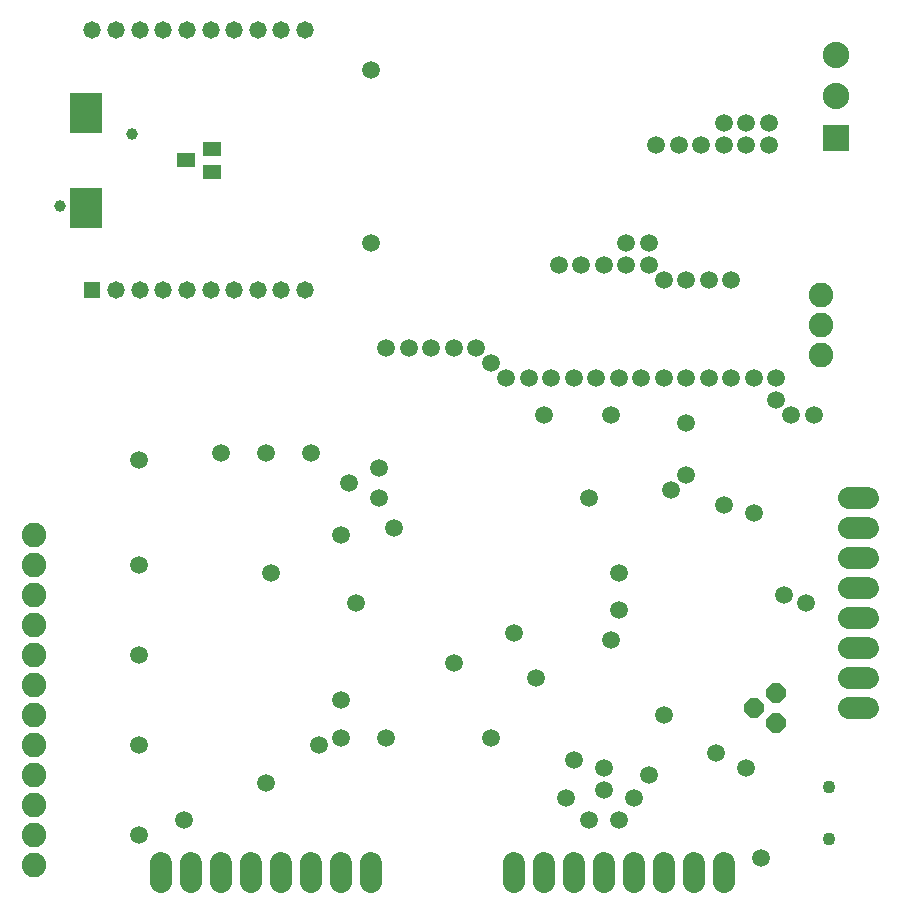
<source format=gbs>
G75*
G70*
%OFA0B0*%
%FSLAX24Y24*%
%IPPOS*%
%LPD*%
%AMOC8*
5,1,8,0,0,1.08239X$1,22.5*
%
%ADD10R,0.0580X0.0580*%
%ADD11C,0.0580*%
%ADD12C,0.0720*%
%ADD13R,0.1064X0.1340*%
%ADD14C,0.0395*%
%ADD15R,0.0631X0.0474*%
%ADD16C,0.0820*%
%ADD17OC8,0.0640*%
%ADD18R,0.0880X0.0880*%
%ADD19C,0.0880*%
%ADD20C,0.0434*%
%ADD21C,0.0595*%
D10*
X003608Y020873D03*
D11*
X004395Y020873D03*
X005183Y020873D03*
X005970Y020873D03*
X006757Y020873D03*
X007545Y020873D03*
X008332Y020873D03*
X009120Y020873D03*
X009907Y020873D03*
X010694Y020873D03*
X010694Y029534D03*
X009907Y029534D03*
X009120Y029534D03*
X008332Y029534D03*
X007545Y029534D03*
X006757Y029534D03*
X005970Y029534D03*
X005183Y029534D03*
X004395Y029534D03*
X003608Y029534D03*
D12*
X028831Y013954D02*
X029471Y013954D01*
X029471Y012954D02*
X028831Y012954D01*
X028831Y011954D02*
X029471Y011954D01*
X029471Y010954D02*
X028831Y010954D01*
X028831Y009954D02*
X029471Y009954D01*
X029471Y008954D02*
X028831Y008954D01*
X028831Y007954D02*
X029471Y007954D01*
X029471Y006954D02*
X028831Y006954D01*
X024651Y001774D02*
X024651Y001134D01*
X023651Y001134D02*
X023651Y001774D01*
X022651Y001774D02*
X022651Y001134D01*
X021651Y001134D02*
X021651Y001774D01*
X020651Y001774D02*
X020651Y001134D01*
X019651Y001134D02*
X019651Y001774D01*
X018651Y001774D02*
X018651Y001134D01*
X017651Y001134D02*
X017651Y001774D01*
X012901Y001774D02*
X012901Y001134D01*
X011901Y001134D02*
X011901Y001774D01*
X010901Y001774D02*
X010901Y001134D01*
X009901Y001134D02*
X009901Y001774D01*
X008901Y001774D02*
X008901Y001134D01*
X007901Y001134D02*
X007901Y001774D01*
X006901Y001774D02*
X006901Y001134D01*
X005901Y001134D02*
X005901Y001774D01*
D13*
X003401Y023629D03*
X003401Y026778D03*
D14*
X004937Y026089D03*
X002515Y023668D03*
D15*
X006718Y025204D03*
X007584Y025578D03*
X007584Y024830D03*
D16*
X001651Y001704D03*
X001651Y002704D03*
X001651Y003704D03*
X001651Y004704D03*
X001651Y005704D03*
X001651Y006704D03*
X001651Y007704D03*
X001651Y008704D03*
X001651Y009704D03*
X001651Y010704D03*
X001651Y011704D03*
X001651Y012704D03*
X027901Y018704D03*
X027901Y019704D03*
X027901Y020704D03*
D17*
X026401Y007454D03*
X025651Y006954D03*
X026401Y006454D03*
D18*
X028401Y025954D03*
D19*
X028401Y027331D03*
X028401Y028709D03*
D20*
X028151Y004320D03*
X028151Y002587D03*
D21*
X025901Y001954D03*
X025401Y004954D03*
X024401Y005454D03*
X022651Y006704D03*
X022151Y004704D03*
X021651Y003954D03*
X021151Y003204D03*
X020651Y004204D03*
X020651Y004954D03*
X019651Y005204D03*
X019401Y003954D03*
X020151Y003204D03*
X016901Y005954D03*
X018401Y007954D03*
X017651Y009454D03*
X015651Y008454D03*
X013401Y005954D03*
X011901Y005954D03*
X011151Y005704D03*
X011901Y007204D03*
X009401Y004454D03*
X006651Y003204D03*
X005151Y002704D03*
X005151Y005704D03*
X005151Y008704D03*
X005151Y011704D03*
X005151Y015204D03*
X007901Y015454D03*
X009401Y015454D03*
X010901Y015454D03*
X012151Y014454D03*
X013151Y014954D03*
X013151Y013954D03*
X013651Y012954D03*
X011901Y012704D03*
X012401Y010454D03*
X009547Y011454D03*
X013401Y018954D03*
X014151Y018954D03*
X014901Y018954D03*
X015651Y018954D03*
X016401Y018954D03*
X016901Y018454D03*
X017401Y017954D03*
X018151Y017954D03*
X018901Y017954D03*
X019651Y017954D03*
X020401Y017954D03*
X021151Y017954D03*
X021901Y017954D03*
X022651Y017954D03*
X023401Y017954D03*
X024151Y017954D03*
X024901Y017954D03*
X025651Y017954D03*
X026401Y017954D03*
X026401Y017204D03*
X026901Y016704D03*
X027651Y016704D03*
X024651Y013704D03*
X025651Y013454D03*
X023401Y014704D03*
X022901Y014204D03*
X023401Y016454D03*
X020901Y016704D03*
X018651Y016704D03*
X020151Y013954D03*
X021151Y011454D03*
X021151Y010204D03*
X020901Y009204D03*
X026651Y010704D03*
X027401Y010454D03*
X024901Y021204D03*
X024151Y021204D03*
X023401Y021204D03*
X022651Y021204D03*
X022151Y021704D03*
X022151Y022454D03*
X021401Y022454D03*
X021401Y021704D03*
X020651Y021704D03*
X019901Y021704D03*
X019151Y021704D03*
X022401Y025704D03*
X023151Y025704D03*
X023901Y025704D03*
X024651Y025704D03*
X025401Y025704D03*
X025401Y026454D03*
X024651Y026454D03*
X026151Y026454D03*
X026151Y025704D03*
X012901Y028204D03*
X012901Y022454D03*
M02*

</source>
